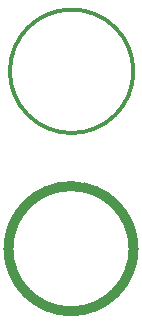
<source format=gbr>
G04 #@! TF.GenerationSoftware,KiCad,Pcbnew,(5.1.4)-1*
G04 #@! TF.CreationDate,2020-08-13T23:55:07-07:00*
G04 #@! TF.ProjectId,Kicad_LFOV_RigidFlex_Assembly,4b696361-645f-44c4-964f-565f52696769,rev?*
G04 #@! TF.SameCoordinates,Original*
G04 #@! TF.FileFunction,Other,ECO2*
%FSLAX46Y46*%
G04 Gerber Fmt 4.6, Leading zero omitted, Abs format (unit mm)*
G04 Created by KiCad (PCBNEW (5.1.4)-1) date 2020-08-13 23:55:07*
%MOMM*%
%LPD*%
G04 APERTURE LIST*
%ADD10C,0.300000*%
%ADD11C,0.850000*%
G04 APERTURE END LIST*
D10*
X132639461Y-110996420D02*
G75*
G03X132639461Y-110996420I-5229861J0D01*
G01*
D11*
X132658025Y-126015440D02*
G75*
G03X132658025Y-126015440I-5300000J0D01*
G01*
M02*

</source>
